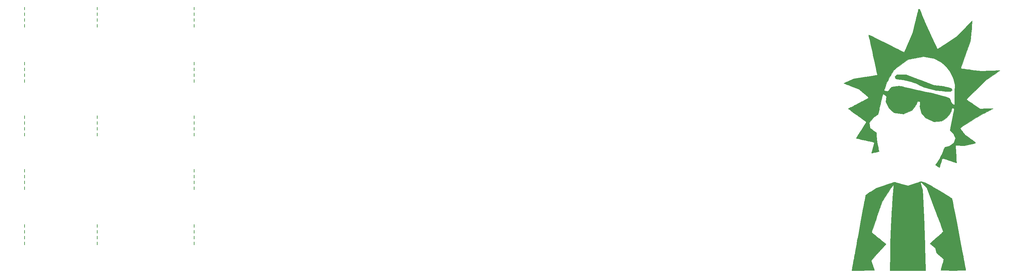
<source format=gbr>
G04 #@! TF.GenerationSoftware,KiCad,Pcbnew,(5.1.2-1)-1*
G04 #@! TF.CreationDate,2020-06-05T15:41:12-05:00*
G04 #@! TF.ProjectId,therick48.16SP_bottom_plate,74686572-6963-46b3-9438-2e313653505f,rev?*
G04 #@! TF.SameCoordinates,Original*
G04 #@! TF.FileFunction,Legend,Bot*
G04 #@! TF.FilePolarity,Positive*
%FSLAX46Y46*%
G04 Gerber Fmt 4.6, Leading zero omitted, Abs format (unit mm)*
G04 Created by KiCad (PCBNEW (5.1.2-1)-1) date 2020-06-05 15:41:12*
%MOMM*%
%LPD*%
G04 APERTURE LIST*
%ADD10C,0.150000*%
%ADD11C,0.010000*%
G04 APERTURE END LIST*
D10*
X101839732Y-109059725D02*
X101839732Y-109819725D01*
X101839732Y-104499725D02*
X101839732Y-105259725D01*
X101839732Y-106019725D02*
X101839732Y-106779725D01*
X101839732Y-107539725D02*
X101839732Y-108299725D01*
X101839732Y-94619763D02*
X101839732Y-95379763D01*
X101839732Y-90059763D02*
X101839732Y-90819763D01*
X101839732Y-91579763D02*
X101839732Y-92339763D01*
X101839732Y-93099763D02*
X101839732Y-93859763D01*
X101839732Y-80559800D02*
X101839732Y-81319800D01*
X101839732Y-75999800D02*
X101839732Y-76759800D01*
X101839732Y-77519800D02*
X101839732Y-78279800D01*
X101839732Y-79039800D02*
X101839732Y-79799800D01*
X101839732Y-66499837D02*
X101839732Y-67259837D01*
X101839732Y-61939837D02*
X101839732Y-62699837D01*
X101839732Y-63459837D02*
X101839732Y-64219837D01*
X101839732Y-64979837D02*
X101839732Y-65739837D01*
X101839732Y-52059875D02*
X101839732Y-52819875D01*
X101839732Y-47499875D02*
X101839732Y-48259875D01*
X101839732Y-49019875D02*
X101839732Y-49779875D01*
X101839732Y-50539875D02*
X101839732Y-51299875D01*
X120839682Y-52059875D02*
X120839682Y-52819875D01*
X120839682Y-47499875D02*
X120839682Y-48259875D01*
X120839682Y-49019875D02*
X120839682Y-49779875D01*
X120839682Y-50539875D02*
X120839682Y-51299875D01*
X120839682Y-80559800D02*
X120839682Y-81319800D01*
X120839682Y-75999800D02*
X120839682Y-76759800D01*
X120839682Y-77519800D02*
X120839682Y-78279800D01*
X120839682Y-79039800D02*
X120839682Y-79799800D01*
X146299615Y-66499837D02*
X146299615Y-67259837D01*
X146299615Y-61939837D02*
X146299615Y-62699837D01*
X146299615Y-63459837D02*
X146299615Y-64219837D01*
X146299615Y-64979837D02*
X146299615Y-65739837D01*
X120839682Y-109059725D02*
X120839682Y-109819725D01*
X120839682Y-104499725D02*
X120839682Y-105259725D01*
X120839682Y-106019725D02*
X120839682Y-106779725D01*
X120839682Y-107539725D02*
X120839682Y-108299725D01*
X146299996Y-109060000D02*
X146299996Y-109820000D01*
X146299996Y-107540000D02*
X146299996Y-108300000D01*
X146299996Y-106020000D02*
X146299996Y-106780000D01*
X146299996Y-104500000D02*
X146299996Y-105260000D01*
X146299996Y-94620000D02*
X146299996Y-95380000D01*
X146299996Y-93100000D02*
X146299996Y-93860000D01*
X146299996Y-91580000D02*
X146299996Y-92340000D01*
X146299996Y-90060000D02*
X146299996Y-90820000D01*
X146299996Y-80560000D02*
X146299996Y-81320000D01*
X146299996Y-79040000D02*
X146299996Y-79800000D01*
X146299996Y-77520000D02*
X146299996Y-78280000D01*
X146299996Y-76000000D02*
X146299996Y-76760000D01*
X146299996Y-52060000D02*
X146299996Y-52820000D01*
X146299996Y-50540000D02*
X146299996Y-51300000D01*
X146299996Y-49020000D02*
X146299996Y-49780000D01*
X146299996Y-47500000D02*
X146299996Y-48260000D01*
D11*
G36*
X330150902Y-65467999D02*
G01*
X329872778Y-65740957D01*
X329986787Y-66031200D01*
X330036739Y-66151213D01*
X330091360Y-66242017D01*
X330169011Y-66310158D01*
X330288048Y-66362180D01*
X330466831Y-66404631D01*
X330723717Y-66444054D01*
X331077065Y-66486997D01*
X331352899Y-66518289D01*
X332050353Y-66616504D01*
X332777939Y-66754476D01*
X333510465Y-66925133D01*
X334222737Y-67121404D01*
X334889562Y-67336217D01*
X335485749Y-67562500D01*
X335986104Y-67793183D01*
X336086750Y-67847097D01*
X336763908Y-68180250D01*
X337557630Y-68496028D01*
X338458275Y-68791225D01*
X339456198Y-69062636D01*
X340373000Y-69272088D01*
X340744550Y-69344150D01*
X341134258Y-69406525D01*
X341561074Y-69461192D01*
X342043949Y-69510131D01*
X342601831Y-69555320D01*
X343253671Y-69598737D01*
X343810141Y-69631026D01*
X344516782Y-69670076D01*
X344742799Y-69471631D01*
X344968816Y-69273185D01*
X344836501Y-69048929D01*
X344775096Y-68950169D01*
X344710937Y-68874301D01*
X344623436Y-68811828D01*
X344492008Y-68753252D01*
X344296064Y-68689077D01*
X344015018Y-68609806D01*
X343702357Y-68525738D01*
X343225137Y-68415588D01*
X342664647Y-68319264D01*
X342002624Y-68233800D01*
X341717155Y-68203198D01*
X341236792Y-68151503D01*
X340850924Y-68102362D01*
X340527331Y-68049852D01*
X340233790Y-67988052D01*
X339938080Y-67911042D01*
X339629588Y-67819566D01*
X339255451Y-67697460D01*
X338860895Y-67557269D01*
X338494610Y-67416900D01*
X338221933Y-67301856D01*
X338031147Y-67220412D01*
X337738186Y-67101950D01*
X337360149Y-66953082D01*
X336914131Y-66780421D01*
X336417230Y-66590579D01*
X335886543Y-66390167D01*
X335339166Y-66185797D01*
X335265058Y-66158315D01*
X332887616Y-65277382D01*
X331658321Y-65236212D01*
X330429025Y-65195042D01*
X330150902Y-65467999D01*
X330150902Y-65467999D01*
G37*
X330150902Y-65467999D02*
X329872778Y-65740957D01*
X329986787Y-66031200D01*
X330036739Y-66151213D01*
X330091360Y-66242017D01*
X330169011Y-66310158D01*
X330288048Y-66362180D01*
X330466831Y-66404631D01*
X330723717Y-66444054D01*
X331077065Y-66486997D01*
X331352899Y-66518289D01*
X332050353Y-66616504D01*
X332777939Y-66754476D01*
X333510465Y-66925133D01*
X334222737Y-67121404D01*
X334889562Y-67336217D01*
X335485749Y-67562500D01*
X335986104Y-67793183D01*
X336086750Y-67847097D01*
X336763908Y-68180250D01*
X337557630Y-68496028D01*
X338458275Y-68791225D01*
X339456198Y-69062636D01*
X340373000Y-69272088D01*
X340744550Y-69344150D01*
X341134258Y-69406525D01*
X341561074Y-69461192D01*
X342043949Y-69510131D01*
X342601831Y-69555320D01*
X343253671Y-69598737D01*
X343810141Y-69631026D01*
X344516782Y-69670076D01*
X344742799Y-69471631D01*
X344968816Y-69273185D01*
X344836501Y-69048929D01*
X344775096Y-68950169D01*
X344710937Y-68874301D01*
X344623436Y-68811828D01*
X344492008Y-68753252D01*
X344296064Y-68689077D01*
X344015018Y-68609806D01*
X343702357Y-68525738D01*
X343225137Y-68415588D01*
X342664647Y-68319264D01*
X342002624Y-68233800D01*
X341717155Y-68203198D01*
X341236792Y-68151503D01*
X340850924Y-68102362D01*
X340527331Y-68049852D01*
X340233790Y-67988052D01*
X339938080Y-67911042D01*
X339629588Y-67819566D01*
X339255451Y-67697460D01*
X338860895Y-67557269D01*
X338494610Y-67416900D01*
X338221933Y-67301856D01*
X338031147Y-67220412D01*
X337738186Y-67101950D01*
X337360149Y-66953082D01*
X336914131Y-66780421D01*
X336417230Y-66590579D01*
X335886543Y-66390167D01*
X335339166Y-66185797D01*
X335265058Y-66158315D01*
X332887616Y-65277382D01*
X331658321Y-65236212D01*
X330429025Y-65195042D01*
X330150902Y-65467999D01*
G36*
X336122403Y-48019071D02*
G01*
X336086750Y-48040967D01*
X336072217Y-48107509D01*
X336030495Y-48285700D01*
X335964407Y-48563784D01*
X335876774Y-48930008D01*
X335770416Y-49372617D01*
X335648154Y-49879855D01*
X335512809Y-50439967D01*
X335367202Y-51041200D01*
X335325897Y-51211522D01*
X334565043Y-54347983D01*
X333468522Y-56860383D01*
X333201668Y-57467344D01*
X332961580Y-58004449D01*
X332751888Y-58463983D01*
X332576221Y-58838228D01*
X332438209Y-59119468D01*
X332341483Y-59299989D01*
X332289672Y-59372074D01*
X332286415Y-59373078D01*
X332217708Y-59345112D01*
X332044361Y-59263967D01*
X331774997Y-59133921D01*
X331418237Y-58959248D01*
X330982704Y-58744224D01*
X330477020Y-58493124D01*
X329909806Y-58210223D01*
X329289685Y-57899796D01*
X328625279Y-57566119D01*
X327925210Y-57213468D01*
X327600563Y-57049582D01*
X326761346Y-56626002D01*
X326028426Y-56256936D01*
X325394994Y-55939139D01*
X324854240Y-55669369D01*
X324399355Y-55444381D01*
X324023529Y-55260930D01*
X323719954Y-55115774D01*
X323481820Y-55005667D01*
X323302318Y-54927367D01*
X323174639Y-54877628D01*
X323091973Y-54853207D01*
X323047510Y-54850860D01*
X323034443Y-54867343D01*
X323035439Y-54874707D01*
X323081777Y-55075365D01*
X323149659Y-55375388D01*
X323236674Y-55763775D01*
X323340412Y-56229523D01*
X323458461Y-56761630D01*
X323588410Y-57349094D01*
X323727847Y-57980913D01*
X323874361Y-58646085D01*
X324025541Y-59333607D01*
X324178975Y-60032478D01*
X324332253Y-60731696D01*
X324482964Y-61420258D01*
X324628695Y-62087163D01*
X324767035Y-62721408D01*
X324895575Y-63311991D01*
X325011901Y-63847910D01*
X325113603Y-64318163D01*
X325198270Y-64711748D01*
X325263490Y-65017662D01*
X325306852Y-65224904D01*
X325325945Y-65322472D01*
X325326574Y-65328717D01*
X325261916Y-65342416D01*
X325083876Y-65374248D01*
X324804468Y-65422206D01*
X324435703Y-65484283D01*
X323989593Y-65558473D01*
X323478150Y-65642770D01*
X322913387Y-65735166D01*
X322307315Y-65833655D01*
X322193569Y-65852069D01*
X319080220Y-66355764D01*
X317804485Y-66911343D01*
X317432830Y-67074645D01*
X317103826Y-67221975D01*
X316834173Y-67345626D01*
X316640568Y-67437892D01*
X316539712Y-67491064D01*
X316529017Y-67500024D01*
X316586225Y-67529599D01*
X316748505Y-67598359D01*
X317002041Y-67700831D01*
X317333014Y-67831541D01*
X317727607Y-67985018D01*
X318172003Y-68155789D01*
X318502093Y-68281467D01*
X320474902Y-69029810D01*
X321772076Y-70144389D01*
X322114858Y-70440467D01*
X322423662Y-70710164D01*
X322685995Y-70942328D01*
X322889364Y-71125807D01*
X323021274Y-71249448D01*
X323069233Y-71302100D01*
X323069250Y-71302338D01*
X323015161Y-71342126D01*
X322862211Y-71432770D01*
X322624377Y-71566849D01*
X322315636Y-71736939D01*
X321949966Y-71935616D01*
X321541343Y-72155458D01*
X321103743Y-72389040D01*
X320651145Y-72628941D01*
X320197525Y-72867735D01*
X319756861Y-73098001D01*
X319343128Y-73312315D01*
X318970304Y-73503253D01*
X318652367Y-73663392D01*
X318403292Y-73785309D01*
X318322625Y-73823309D01*
X318063497Y-73947193D01*
X317853308Y-74055217D01*
X317715226Y-74134962D01*
X317671750Y-74172149D01*
X317721836Y-74217613D01*
X317865276Y-74329059D01*
X318091844Y-74498982D01*
X318391316Y-74719879D01*
X318753465Y-74984243D01*
X319168067Y-75284572D01*
X319624896Y-75613360D01*
X320053000Y-75919765D01*
X320538686Y-76267950D01*
X320991074Y-76595064D01*
X321399927Y-76893502D01*
X321755008Y-77155659D01*
X322046081Y-77373933D01*
X322262910Y-77540719D01*
X322395256Y-77648414D01*
X322433710Y-77688196D01*
X322399786Y-77754786D01*
X322303294Y-77915404D01*
X322151783Y-78158191D01*
X321952802Y-78471284D01*
X321713902Y-78842825D01*
X321442630Y-79260951D01*
X321146538Y-79713803D01*
X321076541Y-79820375D01*
X320777012Y-80277338D01*
X320501403Y-80700337D01*
X320257102Y-81077844D01*
X320051494Y-81398329D01*
X319891967Y-81650265D01*
X319785907Y-81822123D01*
X319740700Y-81902376D01*
X319739741Y-81906743D01*
X319804030Y-81925206D01*
X319978691Y-81968074D01*
X320250121Y-82032195D01*
X320604717Y-82114419D01*
X321028876Y-82211595D01*
X321508996Y-82320573D01*
X322031474Y-82438202D01*
X322118928Y-82457802D01*
X322647090Y-82576537D01*
X323135197Y-82687113D01*
X323569628Y-82786379D01*
X323936762Y-82871188D01*
X324222977Y-82938387D01*
X324414652Y-82984828D01*
X324498165Y-83007361D01*
X324500584Y-83008541D01*
X324491237Y-83073523D01*
X324452802Y-83243454D01*
X324389646Y-83500770D01*
X324306134Y-83827905D01*
X324206631Y-84207294D01*
X324148750Y-84424125D01*
X324042170Y-84823490D01*
X323948494Y-85179219D01*
X323872205Y-85473902D01*
X323817783Y-85690131D01*
X323789708Y-85810496D01*
X323787059Y-85829487D01*
X323850135Y-85820685D01*
X324010742Y-85787192D01*
X324243207Y-85735123D01*
X324521853Y-85670596D01*
X324821006Y-85599728D01*
X325114992Y-85528636D01*
X325378135Y-85463437D01*
X325584761Y-85410248D01*
X325709196Y-85375186D01*
X325733382Y-85365773D01*
X325732589Y-85295674D01*
X325692646Y-85157910D01*
X325684545Y-85136076D01*
X325652192Y-85016731D01*
X325603533Y-84792388D01*
X325542512Y-84483423D01*
X325473074Y-84110214D01*
X325399163Y-83693136D01*
X325354038Y-83428691D01*
X325259126Y-82843683D01*
X325189002Y-82360271D01*
X325141097Y-81956032D01*
X325112844Y-81608543D01*
X325101675Y-81295381D01*
X325101250Y-81221248D01*
X325101250Y-80517237D01*
X324244000Y-79881571D01*
X323960844Y-79670521D01*
X323717127Y-79486801D01*
X323529569Y-79343180D01*
X323414886Y-79252430D01*
X323386750Y-79226693D01*
X323378473Y-79159923D01*
X323356059Y-78993971D01*
X323323135Y-78755405D01*
X323291288Y-78527425D01*
X323195825Y-77847369D01*
X323772800Y-77118668D01*
X324017579Y-76815078D01*
X324213769Y-76589469D01*
X324387480Y-76417114D01*
X324564823Y-76273285D01*
X324771908Y-76133254D01*
X324892350Y-76058409D01*
X325129486Y-75904381D01*
X325326170Y-75759661D01*
X325455590Y-75644877D01*
X325489894Y-75598738D01*
X325519669Y-75501366D01*
X325572547Y-75299769D01*
X325643682Y-75013611D01*
X325728228Y-74662552D01*
X325821337Y-74266255D01*
X325865836Y-74073625D01*
X326008539Y-73457506D01*
X326148907Y-72860827D01*
X326283799Y-72296235D01*
X326410075Y-71776379D01*
X326524594Y-71313908D01*
X326624216Y-70921471D01*
X326705800Y-70611715D01*
X326766204Y-70397289D01*
X326802289Y-70290842D01*
X326807178Y-70282545D01*
X326869092Y-70301667D01*
X326999679Y-70390899D01*
X327175194Y-70533244D01*
X327253726Y-70602202D01*
X327659693Y-70966438D01*
X327601658Y-71649528D01*
X327543624Y-72332619D01*
X327920845Y-73156942D01*
X328298066Y-73981266D01*
X329641500Y-75228776D01*
X330930744Y-75384425D01*
X332219987Y-75540074D01*
X333294687Y-75092599D01*
X334369386Y-74645125D01*
X334904229Y-73949833D01*
X335235988Y-73492010D01*
X335482025Y-73089474D01*
X335646837Y-72743333D01*
X335742105Y-72510999D01*
X335818653Y-72328193D01*
X335864533Y-72223285D01*
X335871673Y-72209419D01*
X335937122Y-72211096D01*
X336087055Y-72239692D01*
X336215880Y-72270557D01*
X336543016Y-72354399D01*
X336495232Y-72991762D01*
X336473221Y-73281561D01*
X336460385Y-73496309D01*
X336460524Y-73667649D01*
X336477443Y-73827225D01*
X336514942Y-74006680D01*
X336576824Y-74237656D01*
X336666891Y-74551797D01*
X336694034Y-74646259D01*
X336930431Y-75470625D01*
X337426359Y-76013248D01*
X337922286Y-76555871D01*
X339052393Y-77066307D01*
X340182500Y-77576744D01*
X341198500Y-77505023D01*
X342214500Y-77433303D01*
X342881250Y-76974340D01*
X343188882Y-76756049D01*
X343423988Y-76568055D01*
X343622929Y-76375473D01*
X343822068Y-76143423D01*
X344034568Y-75867938D01*
X344266893Y-75548021D01*
X344436852Y-75282419D01*
X344566751Y-75030788D01*
X344678896Y-74752788D01*
X344727139Y-74615312D01*
X344815426Y-74358797D01*
X344888645Y-74151379D01*
X344937265Y-74019761D01*
X344951323Y-73987289D01*
X345014042Y-73997497D01*
X345151206Y-74049826D01*
X345224722Y-74082539D01*
X345398251Y-74186459D01*
X345457054Y-74281672D01*
X345455101Y-74295875D01*
X345420245Y-74445135D01*
X345365841Y-74697227D01*
X345296295Y-75030260D01*
X345216011Y-75422345D01*
X345129396Y-75851592D01*
X345040854Y-76296111D01*
X344954792Y-76734014D01*
X344875615Y-77143410D01*
X344807728Y-77502410D01*
X344785241Y-77624161D01*
X344708932Y-78035894D01*
X344629070Y-78458197D01*
X344553078Y-78852371D01*
X344488379Y-79179715D01*
X344462444Y-79306911D01*
X344336298Y-79915625D01*
X344871012Y-80423625D01*
X345116517Y-80663166D01*
X345289689Y-80853229D01*
X345414772Y-81026808D01*
X345516013Y-81216893D01*
X345602750Y-81419350D01*
X345799773Y-81907075D01*
X345587314Y-82498850D01*
X345374854Y-83090625D01*
X344707202Y-83578306D01*
X344428844Y-83779448D01*
X344222605Y-83918570D01*
X344058951Y-84009786D01*
X343908349Y-84067207D01*
X343741264Y-84104945D01*
X343541641Y-84135241D01*
X343302516Y-84173340D01*
X343115028Y-84212252D01*
X343012468Y-84244818D01*
X343004261Y-84250809D01*
X342967724Y-84326088D01*
X342898886Y-84494723D01*
X342808150Y-84730463D01*
X342721625Y-84963875D01*
X342507555Y-85504560D01*
X342249657Y-86081210D01*
X341963229Y-86664406D01*
X341663571Y-87224728D01*
X341365981Y-87732759D01*
X341085761Y-88159079D01*
X340996487Y-88281078D01*
X340817163Y-88521179D01*
X340672259Y-88721556D01*
X340575661Y-88862530D01*
X340541257Y-88924423D01*
X340541744Y-88925486D01*
X340601472Y-88963559D01*
X340744441Y-89053605D01*
X340946219Y-89180255D01*
X341086206Y-89267957D01*
X341608911Y-89595220D01*
X341714533Y-89232172D01*
X341773061Y-89029679D01*
X341855596Y-88742393D01*
X341951422Y-88407684D01*
X342049825Y-88062920D01*
X342055323Y-88043625D01*
X342167835Y-87671448D01*
X342263589Y-87401735D01*
X342339496Y-87242456D01*
X342382000Y-87200168D01*
X342463438Y-87215318D01*
X342649129Y-87266911D01*
X342923259Y-87350007D01*
X343270012Y-87459670D01*
X343673573Y-87590961D01*
X344118126Y-87738943D01*
X344248367Y-87782890D01*
X344697430Y-87934055D01*
X345105982Y-88070019D01*
X345459010Y-88185911D01*
X345741503Y-88276860D01*
X345938449Y-88337996D01*
X346034835Y-88364446D01*
X346041936Y-88364856D01*
X346043199Y-88299617D01*
X346037964Y-88125436D01*
X346027160Y-87860153D01*
X346011713Y-87521608D01*
X345992552Y-87127642D01*
X345970603Y-86696095D01*
X345946795Y-86244807D01*
X345922056Y-85791620D01*
X345897312Y-85354372D01*
X345873491Y-84950905D01*
X345851522Y-84599059D01*
X345832331Y-84316674D01*
X345829316Y-84275573D01*
X345789904Y-83746021D01*
X348183500Y-83833707D01*
X349612250Y-83501949D01*
X350021745Y-83405404D01*
X350389907Y-83315822D01*
X350698634Y-83237837D01*
X350929821Y-83176079D01*
X351065363Y-83135183D01*
X351092716Y-83123142D01*
X351059627Y-83073576D01*
X350937354Y-82962454D01*
X350740410Y-82801543D01*
X350483306Y-82602612D01*
X350180553Y-82377429D01*
X350108466Y-82324957D01*
X349609457Y-81962905D01*
X349200675Y-81664505D01*
X348869606Y-81418752D01*
X348603739Y-81214642D01*
X348390560Y-81041171D01*
X348217556Y-80887334D01*
X348072214Y-80742126D01*
X347942021Y-80594544D01*
X347814465Y-80433583D01*
X347677032Y-80248238D01*
X347554156Y-80078595D01*
X347361030Y-79805819D01*
X347199954Y-79567548D01*
X347083491Y-79383235D01*
X347024205Y-79272331D01*
X347019669Y-79251087D01*
X347075891Y-79205879D01*
X347228717Y-79099731D01*
X347467456Y-78939654D01*
X347781418Y-78732660D01*
X348159914Y-78485760D01*
X348592254Y-78205965D01*
X349067749Y-77900286D01*
X349517000Y-77613145D01*
X350177925Y-77193567D01*
X350752756Y-76833040D01*
X351261059Y-76520148D01*
X351722397Y-76243477D01*
X352156337Y-75991610D01*
X352582442Y-75753133D01*
X353020276Y-75516631D01*
X353489405Y-75270687D01*
X353846683Y-75086902D01*
X354290755Y-74858902D01*
X354695386Y-74649351D01*
X355047524Y-74465150D01*
X355334118Y-74313200D01*
X355542117Y-74200401D01*
X355658471Y-74133654D01*
X355678747Y-74118204D01*
X355612300Y-74115090D01*
X355435557Y-74116984D01*
X355165101Y-74123426D01*
X354817518Y-74133959D01*
X354409393Y-74148126D01*
X353957311Y-74165470D01*
X353938600Y-74166221D01*
X352219572Y-74235357D01*
X350439661Y-73015920D01*
X350019200Y-72726705D01*
X349634150Y-72459632D01*
X349296587Y-72223246D01*
X349018584Y-72026098D01*
X348812216Y-71876733D01*
X348689558Y-71783701D01*
X348659750Y-71755883D01*
X348703571Y-71704928D01*
X348829675Y-71572791D01*
X349030026Y-71367574D01*
X349296587Y-71097375D01*
X349621322Y-70770295D01*
X349996193Y-70394435D01*
X350413165Y-69977895D01*
X350864200Y-69528775D01*
X351215686Y-69179703D01*
X352555434Y-67850625D01*
X345628722Y-67850625D01*
X345575422Y-69882625D01*
X345562269Y-70414821D01*
X345550819Y-70938271D01*
X345541449Y-71430824D01*
X345534532Y-71870325D01*
X345530444Y-72234624D01*
X345529558Y-72501567D01*
X345530045Y-72565500D01*
X345531030Y-72835640D01*
X345527434Y-73051019D01*
X345519967Y-73185091D01*
X345512592Y-73216375D01*
X345450112Y-73184848D01*
X345312488Y-73102681D01*
X345151586Y-73001674D01*
X345004298Y-72902099D01*
X344892768Y-72805024D01*
X344798256Y-72683970D01*
X344702021Y-72512460D01*
X344585326Y-72264014D01*
X344510308Y-72095560D01*
X344204661Y-71404147D01*
X343336581Y-71106195D01*
X342734167Y-70912597D01*
X342014074Y-70704431D01*
X341184529Y-70483745D01*
X340253760Y-70252587D01*
X339229997Y-70013006D01*
X338121466Y-69767051D01*
X337033523Y-69536841D01*
X336401191Y-69404086D01*
X335727807Y-69259448D01*
X335042502Y-69109404D01*
X334374407Y-68960431D01*
X333752654Y-68819005D01*
X333206374Y-68691603D01*
X332891208Y-68615877D01*
X332432689Y-68506097D01*
X332003650Y-68407533D01*
X331622757Y-68324146D01*
X331308675Y-68259900D01*
X331080068Y-68218757D01*
X330955602Y-68204680D01*
X330954458Y-68204699D01*
X330803657Y-68216839D01*
X330560003Y-68246519D01*
X330255746Y-68289430D01*
X329923141Y-68341266D01*
X329884720Y-68347574D01*
X329048440Y-68485625D01*
X328559217Y-69041250D01*
X328358299Y-69260543D01*
X328179866Y-69439022D01*
X328044164Y-69557461D01*
X327974069Y-69596875D01*
X327839021Y-69585135D01*
X327648043Y-69555080D01*
X327438441Y-69514455D01*
X327247518Y-69471006D01*
X327112579Y-69432478D01*
X327069750Y-69409110D01*
X327088957Y-69338955D01*
X327142167Y-69168980D01*
X327222766Y-68919693D01*
X327324140Y-68611605D01*
X327412933Y-68345003D01*
X327523912Y-68020497D01*
X327627768Y-67737520D01*
X327735008Y-67473875D01*
X327856140Y-67207365D01*
X328001673Y-66915794D01*
X328182115Y-66576965D01*
X328407973Y-66168680D01*
X328629389Y-65775417D01*
X328862732Y-65364136D01*
X329081129Y-64981764D01*
X329275236Y-64644461D01*
X329435710Y-64368385D01*
X329553207Y-64169694D01*
X329618382Y-64064547D01*
X329620483Y-64061482D01*
X329698559Y-63985191D01*
X329867279Y-63844931D01*
X330113899Y-63650483D01*
X330425674Y-63411634D01*
X330789860Y-63138167D01*
X331193712Y-62839866D01*
X331545457Y-62583644D01*
X333352611Y-61275450D01*
X337417707Y-60512624D01*
X338831854Y-60763985D01*
X340246000Y-61015345D01*
X341140454Y-61480235D01*
X341678897Y-61781270D01*
X342160616Y-62100491D01*
X342611937Y-62459546D01*
X343059185Y-62880079D01*
X343528688Y-63383737D01*
X343713859Y-63596125D01*
X344226610Y-64257436D01*
X344649834Y-64950467D01*
X344996826Y-65701328D01*
X345280881Y-66536126D01*
X345363113Y-66834625D01*
X345628722Y-67850625D01*
X352555434Y-67850625D01*
X353771621Y-66644125D01*
X355597985Y-65411966D01*
X356023788Y-65123547D01*
X356412992Y-64857698D01*
X356753808Y-64622646D01*
X357034444Y-64426617D01*
X357243110Y-64277837D01*
X357368017Y-64184532D01*
X357399549Y-64155006D01*
X357332733Y-64151965D01*
X357152925Y-64153942D01*
X356874017Y-64160522D01*
X356509902Y-64171286D01*
X356074470Y-64185820D01*
X355581614Y-64203705D01*
X355045226Y-64224526D01*
X354938124Y-64228836D01*
X352501500Y-64327468D01*
X350056750Y-64010394D01*
X349382974Y-63923002D01*
X348824347Y-63850281D01*
X348370086Y-63790458D01*
X348009411Y-63741761D01*
X347731539Y-63702414D01*
X347525688Y-63670647D01*
X347381077Y-63644684D01*
X347286924Y-63622753D01*
X347232446Y-63603080D01*
X347206863Y-63583893D01*
X347199391Y-63563417D01*
X347199250Y-63540419D01*
X347220218Y-63467370D01*
X347280610Y-63285605D01*
X347376658Y-63005841D01*
X347504594Y-62638791D01*
X347660649Y-62195170D01*
X347841057Y-61685693D01*
X348042049Y-61121075D01*
X348259856Y-60512031D01*
X348470805Y-59924593D01*
X349742359Y-56390468D01*
X349964823Y-53745606D01*
X350011931Y-53180443D01*
X350054811Y-52656086D01*
X350092447Y-52185704D01*
X350123823Y-51782470D01*
X350147924Y-51459554D01*
X350163733Y-51230128D01*
X350170235Y-51107364D01*
X350169643Y-51090069D01*
X350123232Y-51131919D01*
X349997503Y-51255941D01*
X349801429Y-51453019D01*
X349543982Y-51714037D01*
X349234135Y-52029875D01*
X348880861Y-52391419D01*
X348493132Y-52789549D01*
X348190261Y-53101375D01*
X346228522Y-55123355D01*
X343715643Y-56813404D01*
X343208630Y-57153547D01*
X342731808Y-57471797D01*
X342295899Y-57761115D01*
X341911624Y-58014461D01*
X341589705Y-58224794D01*
X341340864Y-58385074D01*
X341175824Y-58488263D01*
X341105383Y-58527300D01*
X341071053Y-58503800D01*
X341011628Y-58418004D01*
X340924086Y-58263715D01*
X340805404Y-58034731D01*
X340652561Y-57724853D01*
X340462536Y-57327882D01*
X340232306Y-56837618D01*
X339958851Y-56247862D01*
X339639148Y-55552413D01*
X339390784Y-55009386D01*
X339035002Y-54230106D01*
X338726965Y-53554846D01*
X338461651Y-52972109D01*
X338234039Y-52470396D01*
X338039106Y-52038209D01*
X337871832Y-51664049D01*
X337727193Y-51336419D01*
X337600168Y-51043819D01*
X337485735Y-50774753D01*
X337378873Y-50517720D01*
X337274559Y-50261224D01*
X337167772Y-49993765D01*
X337053490Y-49703846D01*
X336926691Y-49379968D01*
X336880198Y-49260999D01*
X336715780Y-48842955D01*
X336588725Y-48529030D01*
X336491517Y-48304541D01*
X336416641Y-48154800D01*
X336356583Y-48065122D01*
X336303828Y-48020820D01*
X336250860Y-48007209D01*
X336238453Y-48006875D01*
X336122403Y-48019071D01*
X336122403Y-48019071D01*
G37*
X336122403Y-48019071D02*
X336086750Y-48040967D01*
X336072217Y-48107509D01*
X336030495Y-48285700D01*
X335964407Y-48563784D01*
X335876774Y-48930008D01*
X335770416Y-49372617D01*
X335648154Y-49879855D01*
X335512809Y-50439967D01*
X335367202Y-51041200D01*
X335325897Y-51211522D01*
X334565043Y-54347983D01*
X333468522Y-56860383D01*
X333201668Y-57467344D01*
X332961580Y-58004449D01*
X332751888Y-58463983D01*
X332576221Y-58838228D01*
X332438209Y-59119468D01*
X332341483Y-59299989D01*
X332289672Y-59372074D01*
X332286415Y-59373078D01*
X332217708Y-59345112D01*
X332044361Y-59263967D01*
X331774997Y-59133921D01*
X331418237Y-58959248D01*
X330982704Y-58744224D01*
X330477020Y-58493124D01*
X329909806Y-58210223D01*
X329289685Y-57899796D01*
X328625279Y-57566119D01*
X327925210Y-57213468D01*
X327600563Y-57049582D01*
X326761346Y-56626002D01*
X326028426Y-56256936D01*
X325394994Y-55939139D01*
X324854240Y-55669369D01*
X324399355Y-55444381D01*
X324023529Y-55260930D01*
X323719954Y-55115774D01*
X323481820Y-55005667D01*
X323302318Y-54927367D01*
X323174639Y-54877628D01*
X323091973Y-54853207D01*
X323047510Y-54850860D01*
X323034443Y-54867343D01*
X323035439Y-54874707D01*
X323081777Y-55075365D01*
X323149659Y-55375388D01*
X323236674Y-55763775D01*
X323340412Y-56229523D01*
X323458461Y-56761630D01*
X323588410Y-57349094D01*
X323727847Y-57980913D01*
X323874361Y-58646085D01*
X324025541Y-59333607D01*
X324178975Y-60032478D01*
X324332253Y-60731696D01*
X324482964Y-61420258D01*
X324628695Y-62087163D01*
X324767035Y-62721408D01*
X324895575Y-63311991D01*
X325011901Y-63847910D01*
X325113603Y-64318163D01*
X325198270Y-64711748D01*
X325263490Y-65017662D01*
X325306852Y-65224904D01*
X325325945Y-65322472D01*
X325326574Y-65328717D01*
X325261916Y-65342416D01*
X325083876Y-65374248D01*
X324804468Y-65422206D01*
X324435703Y-65484283D01*
X323989593Y-65558473D01*
X323478150Y-65642770D01*
X322913387Y-65735166D01*
X322307315Y-65833655D01*
X322193569Y-65852069D01*
X319080220Y-66355764D01*
X317804485Y-66911343D01*
X317432830Y-67074645D01*
X317103826Y-67221975D01*
X316834173Y-67345626D01*
X316640568Y-67437892D01*
X316539712Y-67491064D01*
X316529017Y-67500024D01*
X316586225Y-67529599D01*
X316748505Y-67598359D01*
X317002041Y-67700831D01*
X317333014Y-67831541D01*
X317727607Y-67985018D01*
X318172003Y-68155789D01*
X318502093Y-68281467D01*
X320474902Y-69029810D01*
X321772076Y-70144389D01*
X322114858Y-70440467D01*
X322423662Y-70710164D01*
X322685995Y-70942328D01*
X322889364Y-71125807D01*
X323021274Y-71249448D01*
X323069233Y-71302100D01*
X323069250Y-71302338D01*
X323015161Y-71342126D01*
X322862211Y-71432770D01*
X322624377Y-71566849D01*
X322315636Y-71736939D01*
X321949966Y-71935616D01*
X321541343Y-72155458D01*
X321103743Y-72389040D01*
X320651145Y-72628941D01*
X320197525Y-72867735D01*
X319756861Y-73098001D01*
X319343128Y-73312315D01*
X318970304Y-73503253D01*
X318652367Y-73663392D01*
X318403292Y-73785309D01*
X318322625Y-73823309D01*
X318063497Y-73947193D01*
X317853308Y-74055217D01*
X317715226Y-74134962D01*
X317671750Y-74172149D01*
X317721836Y-74217613D01*
X317865276Y-74329059D01*
X318091844Y-74498982D01*
X318391316Y-74719879D01*
X318753465Y-74984243D01*
X319168067Y-75284572D01*
X319624896Y-75613360D01*
X320053000Y-75919765D01*
X320538686Y-76267950D01*
X320991074Y-76595064D01*
X321399927Y-76893502D01*
X321755008Y-77155659D01*
X322046081Y-77373933D01*
X322262910Y-77540719D01*
X322395256Y-77648414D01*
X322433710Y-77688196D01*
X322399786Y-77754786D01*
X322303294Y-77915404D01*
X322151783Y-78158191D01*
X321952802Y-78471284D01*
X321713902Y-78842825D01*
X321442630Y-79260951D01*
X321146538Y-79713803D01*
X321076541Y-79820375D01*
X320777012Y-80277338D01*
X320501403Y-80700337D01*
X320257102Y-81077844D01*
X320051494Y-81398329D01*
X319891967Y-81650265D01*
X319785907Y-81822123D01*
X319740700Y-81902376D01*
X319739741Y-81906743D01*
X319804030Y-81925206D01*
X319978691Y-81968074D01*
X320250121Y-82032195D01*
X320604717Y-82114419D01*
X321028876Y-82211595D01*
X321508996Y-82320573D01*
X322031474Y-82438202D01*
X322118928Y-82457802D01*
X322647090Y-82576537D01*
X323135197Y-82687113D01*
X323569628Y-82786379D01*
X323936762Y-82871188D01*
X324222977Y-82938387D01*
X324414652Y-82984828D01*
X324498165Y-83007361D01*
X324500584Y-83008541D01*
X324491237Y-83073523D01*
X324452802Y-83243454D01*
X324389646Y-83500770D01*
X324306134Y-83827905D01*
X324206631Y-84207294D01*
X324148750Y-84424125D01*
X324042170Y-84823490D01*
X323948494Y-85179219D01*
X323872205Y-85473902D01*
X323817783Y-85690131D01*
X323789708Y-85810496D01*
X323787059Y-85829487D01*
X323850135Y-85820685D01*
X324010742Y-85787192D01*
X324243207Y-85735123D01*
X324521853Y-85670596D01*
X324821006Y-85599728D01*
X325114992Y-85528636D01*
X325378135Y-85463437D01*
X325584761Y-85410248D01*
X325709196Y-85375186D01*
X325733382Y-85365773D01*
X325732589Y-85295674D01*
X325692646Y-85157910D01*
X325684545Y-85136076D01*
X325652192Y-85016731D01*
X325603533Y-84792388D01*
X325542512Y-84483423D01*
X325473074Y-84110214D01*
X325399163Y-83693136D01*
X325354038Y-83428691D01*
X325259126Y-82843683D01*
X325189002Y-82360271D01*
X325141097Y-81956032D01*
X325112844Y-81608543D01*
X325101675Y-81295381D01*
X325101250Y-81221248D01*
X325101250Y-80517237D01*
X324244000Y-79881571D01*
X323960844Y-79670521D01*
X323717127Y-79486801D01*
X323529569Y-79343180D01*
X323414886Y-79252430D01*
X323386750Y-79226693D01*
X323378473Y-79159923D01*
X323356059Y-78993971D01*
X323323135Y-78755405D01*
X323291288Y-78527425D01*
X323195825Y-77847369D01*
X323772800Y-77118668D01*
X324017579Y-76815078D01*
X324213769Y-76589469D01*
X324387480Y-76417114D01*
X324564823Y-76273285D01*
X324771908Y-76133254D01*
X324892350Y-76058409D01*
X325129486Y-75904381D01*
X325326170Y-75759661D01*
X325455590Y-75644877D01*
X325489894Y-75598738D01*
X325519669Y-75501366D01*
X325572547Y-75299769D01*
X325643682Y-75013611D01*
X325728228Y-74662552D01*
X325821337Y-74266255D01*
X325865836Y-74073625D01*
X326008539Y-73457506D01*
X326148907Y-72860827D01*
X326283799Y-72296235D01*
X326410075Y-71776379D01*
X326524594Y-71313908D01*
X326624216Y-70921471D01*
X326705800Y-70611715D01*
X326766204Y-70397289D01*
X326802289Y-70290842D01*
X326807178Y-70282545D01*
X326869092Y-70301667D01*
X326999679Y-70390899D01*
X327175194Y-70533244D01*
X327253726Y-70602202D01*
X327659693Y-70966438D01*
X327601658Y-71649528D01*
X327543624Y-72332619D01*
X327920845Y-73156942D01*
X328298066Y-73981266D01*
X329641500Y-75228776D01*
X330930744Y-75384425D01*
X332219987Y-75540074D01*
X333294687Y-75092599D01*
X334369386Y-74645125D01*
X334904229Y-73949833D01*
X335235988Y-73492010D01*
X335482025Y-73089474D01*
X335646837Y-72743333D01*
X335742105Y-72510999D01*
X335818653Y-72328193D01*
X335864533Y-72223285D01*
X335871673Y-72209419D01*
X335937122Y-72211096D01*
X336087055Y-72239692D01*
X336215880Y-72270557D01*
X336543016Y-72354399D01*
X336495232Y-72991762D01*
X336473221Y-73281561D01*
X336460385Y-73496309D01*
X336460524Y-73667649D01*
X336477443Y-73827225D01*
X336514942Y-74006680D01*
X336576824Y-74237656D01*
X336666891Y-74551797D01*
X336694034Y-74646259D01*
X336930431Y-75470625D01*
X337426359Y-76013248D01*
X337922286Y-76555871D01*
X339052393Y-77066307D01*
X340182500Y-77576744D01*
X341198500Y-77505023D01*
X342214500Y-77433303D01*
X342881250Y-76974340D01*
X343188882Y-76756049D01*
X343423988Y-76568055D01*
X343622929Y-76375473D01*
X343822068Y-76143423D01*
X344034568Y-75867938D01*
X344266893Y-75548021D01*
X344436852Y-75282419D01*
X344566751Y-75030788D01*
X344678896Y-74752788D01*
X344727139Y-74615312D01*
X344815426Y-74358797D01*
X344888645Y-74151379D01*
X344937265Y-74019761D01*
X344951323Y-73987289D01*
X345014042Y-73997497D01*
X345151206Y-74049826D01*
X345224722Y-74082539D01*
X345398251Y-74186459D01*
X345457054Y-74281672D01*
X345455101Y-74295875D01*
X345420245Y-74445135D01*
X345365841Y-74697227D01*
X345296295Y-75030260D01*
X345216011Y-75422345D01*
X345129396Y-75851592D01*
X345040854Y-76296111D01*
X344954792Y-76734014D01*
X344875615Y-77143410D01*
X344807728Y-77502410D01*
X344785241Y-77624161D01*
X344708932Y-78035894D01*
X344629070Y-78458197D01*
X344553078Y-78852371D01*
X344488379Y-79179715D01*
X344462444Y-79306911D01*
X344336298Y-79915625D01*
X344871012Y-80423625D01*
X345116517Y-80663166D01*
X345289689Y-80853229D01*
X345414772Y-81026808D01*
X345516013Y-81216893D01*
X345602750Y-81419350D01*
X345799773Y-81907075D01*
X345587314Y-82498850D01*
X345374854Y-83090625D01*
X344707202Y-83578306D01*
X344428844Y-83779448D01*
X344222605Y-83918570D01*
X344058951Y-84009786D01*
X343908349Y-84067207D01*
X343741264Y-84104945D01*
X343541641Y-84135241D01*
X343302516Y-84173340D01*
X343115028Y-84212252D01*
X343012468Y-84244818D01*
X343004261Y-84250809D01*
X342967724Y-84326088D01*
X342898886Y-84494723D01*
X342808150Y-84730463D01*
X342721625Y-84963875D01*
X342507555Y-85504560D01*
X342249657Y-86081210D01*
X341963229Y-86664406D01*
X341663571Y-87224728D01*
X341365981Y-87732759D01*
X341085761Y-88159079D01*
X340996487Y-88281078D01*
X340817163Y-88521179D01*
X340672259Y-88721556D01*
X340575661Y-88862530D01*
X340541257Y-88924423D01*
X340541744Y-88925486D01*
X340601472Y-88963559D01*
X340744441Y-89053605D01*
X340946219Y-89180255D01*
X341086206Y-89267957D01*
X341608911Y-89595220D01*
X341714533Y-89232172D01*
X341773061Y-89029679D01*
X341855596Y-88742393D01*
X341951422Y-88407684D01*
X342049825Y-88062920D01*
X342055323Y-88043625D01*
X342167835Y-87671448D01*
X342263589Y-87401735D01*
X342339496Y-87242456D01*
X342382000Y-87200168D01*
X342463438Y-87215318D01*
X342649129Y-87266911D01*
X342923259Y-87350007D01*
X343270012Y-87459670D01*
X343673573Y-87590961D01*
X344118126Y-87738943D01*
X344248367Y-87782890D01*
X344697430Y-87934055D01*
X345105982Y-88070019D01*
X345459010Y-88185911D01*
X345741503Y-88276860D01*
X345938449Y-88337996D01*
X346034835Y-88364446D01*
X346041936Y-88364856D01*
X346043199Y-88299617D01*
X346037964Y-88125436D01*
X346027160Y-87860153D01*
X346011713Y-87521608D01*
X345992552Y-87127642D01*
X345970603Y-86696095D01*
X345946795Y-86244807D01*
X345922056Y-85791620D01*
X345897312Y-85354372D01*
X345873491Y-84950905D01*
X345851522Y-84599059D01*
X345832331Y-84316674D01*
X345829316Y-84275573D01*
X345789904Y-83746021D01*
X348183500Y-83833707D01*
X349612250Y-83501949D01*
X350021745Y-83405404D01*
X350389907Y-83315822D01*
X350698634Y-83237837D01*
X350929821Y-83176079D01*
X351065363Y-83135183D01*
X351092716Y-83123142D01*
X351059627Y-83073576D01*
X350937354Y-82962454D01*
X350740410Y-82801543D01*
X350483306Y-82602612D01*
X350180553Y-82377429D01*
X350108466Y-82324957D01*
X349609457Y-81962905D01*
X349200675Y-81664505D01*
X348869606Y-81418752D01*
X348603739Y-81214642D01*
X348390560Y-81041171D01*
X348217556Y-80887334D01*
X348072214Y-80742126D01*
X347942021Y-80594544D01*
X347814465Y-80433583D01*
X347677032Y-80248238D01*
X347554156Y-80078595D01*
X347361030Y-79805819D01*
X347199954Y-79567548D01*
X347083491Y-79383235D01*
X347024205Y-79272331D01*
X347019669Y-79251087D01*
X347075891Y-79205879D01*
X347228717Y-79099731D01*
X347467456Y-78939654D01*
X347781418Y-78732660D01*
X348159914Y-78485760D01*
X348592254Y-78205965D01*
X349067749Y-77900286D01*
X349517000Y-77613145D01*
X350177925Y-77193567D01*
X350752756Y-76833040D01*
X351261059Y-76520148D01*
X351722397Y-76243477D01*
X352156337Y-75991610D01*
X352582442Y-75753133D01*
X353020276Y-75516631D01*
X353489405Y-75270687D01*
X353846683Y-75086902D01*
X354290755Y-74858902D01*
X354695386Y-74649351D01*
X355047524Y-74465150D01*
X355334118Y-74313200D01*
X355542117Y-74200401D01*
X355658471Y-74133654D01*
X355678747Y-74118204D01*
X355612300Y-74115090D01*
X355435557Y-74116984D01*
X355165101Y-74123426D01*
X354817518Y-74133959D01*
X354409393Y-74148126D01*
X353957311Y-74165470D01*
X353938600Y-74166221D01*
X352219572Y-74235357D01*
X350439661Y-73015920D01*
X350019200Y-72726705D01*
X349634150Y-72459632D01*
X349296587Y-72223246D01*
X349018584Y-72026098D01*
X348812216Y-71876733D01*
X348689558Y-71783701D01*
X348659750Y-71755883D01*
X348703571Y-71704928D01*
X348829675Y-71572791D01*
X349030026Y-71367574D01*
X349296587Y-71097375D01*
X349621322Y-70770295D01*
X349996193Y-70394435D01*
X350413165Y-69977895D01*
X350864200Y-69528775D01*
X351215686Y-69179703D01*
X352555434Y-67850625D01*
X345628722Y-67850625D01*
X345575422Y-69882625D01*
X345562269Y-70414821D01*
X345550819Y-70938271D01*
X345541449Y-71430824D01*
X345534532Y-71870325D01*
X345530444Y-72234624D01*
X345529558Y-72501567D01*
X345530045Y-72565500D01*
X345531030Y-72835640D01*
X345527434Y-73051019D01*
X345519967Y-73185091D01*
X345512592Y-73216375D01*
X345450112Y-73184848D01*
X345312488Y-73102681D01*
X345151586Y-73001674D01*
X345004298Y-72902099D01*
X344892768Y-72805024D01*
X344798256Y-72683970D01*
X344702021Y-72512460D01*
X344585326Y-72264014D01*
X344510308Y-72095560D01*
X344204661Y-71404147D01*
X343336581Y-71106195D01*
X342734167Y-70912597D01*
X342014074Y-70704431D01*
X341184529Y-70483745D01*
X340253760Y-70252587D01*
X339229997Y-70013006D01*
X338121466Y-69767051D01*
X337033523Y-69536841D01*
X336401191Y-69404086D01*
X335727807Y-69259448D01*
X335042502Y-69109404D01*
X334374407Y-68960431D01*
X333752654Y-68819005D01*
X333206374Y-68691603D01*
X332891208Y-68615877D01*
X332432689Y-68506097D01*
X332003650Y-68407533D01*
X331622757Y-68324146D01*
X331308675Y-68259900D01*
X331080068Y-68218757D01*
X330955602Y-68204680D01*
X330954458Y-68204699D01*
X330803657Y-68216839D01*
X330560003Y-68246519D01*
X330255746Y-68289430D01*
X329923141Y-68341266D01*
X329884720Y-68347574D01*
X329048440Y-68485625D01*
X328559217Y-69041250D01*
X328358299Y-69260543D01*
X328179866Y-69439022D01*
X328044164Y-69557461D01*
X327974069Y-69596875D01*
X327839021Y-69585135D01*
X327648043Y-69555080D01*
X327438441Y-69514455D01*
X327247518Y-69471006D01*
X327112579Y-69432478D01*
X327069750Y-69409110D01*
X327088957Y-69338955D01*
X327142167Y-69168980D01*
X327222766Y-68919693D01*
X327324140Y-68611605D01*
X327412933Y-68345003D01*
X327523912Y-68020497D01*
X327627768Y-67737520D01*
X327735008Y-67473875D01*
X327856140Y-67207365D01*
X328001673Y-66915794D01*
X328182115Y-66576965D01*
X328407973Y-66168680D01*
X328629389Y-65775417D01*
X328862732Y-65364136D01*
X329081129Y-64981764D01*
X329275236Y-64644461D01*
X329435710Y-64368385D01*
X329553207Y-64169694D01*
X329618382Y-64064547D01*
X329620483Y-64061482D01*
X329698559Y-63985191D01*
X329867279Y-63844931D01*
X330113899Y-63650483D01*
X330425674Y-63411634D01*
X330789860Y-63138167D01*
X331193712Y-62839866D01*
X331545457Y-62583644D01*
X333352611Y-61275450D01*
X337417707Y-60512624D01*
X338831854Y-60763985D01*
X340246000Y-61015345D01*
X341140454Y-61480235D01*
X341678897Y-61781270D01*
X342160616Y-62100491D01*
X342611937Y-62459546D01*
X343059185Y-62880079D01*
X343528688Y-63383737D01*
X343713859Y-63596125D01*
X344226610Y-64257436D01*
X344649834Y-64950467D01*
X344996826Y-65701328D01*
X345280881Y-66536126D01*
X345363113Y-66834625D01*
X345628722Y-67850625D01*
X352555434Y-67850625D01*
X353771621Y-66644125D01*
X355597985Y-65411966D01*
X356023788Y-65123547D01*
X356412992Y-64857698D01*
X356753808Y-64622646D01*
X357034444Y-64426617D01*
X357243110Y-64277837D01*
X357368017Y-64184532D01*
X357399549Y-64155006D01*
X357332733Y-64151965D01*
X357152925Y-64153942D01*
X356874017Y-64160522D01*
X356509902Y-64171286D01*
X356074470Y-64185820D01*
X355581614Y-64203705D01*
X355045226Y-64224526D01*
X354938124Y-64228836D01*
X352501500Y-64327468D01*
X350056750Y-64010394D01*
X349382974Y-63923002D01*
X348824347Y-63850281D01*
X348370086Y-63790458D01*
X348009411Y-63741761D01*
X347731539Y-63702414D01*
X347525688Y-63670647D01*
X347381077Y-63644684D01*
X347286924Y-63622753D01*
X347232446Y-63603080D01*
X347206863Y-63583893D01*
X347199391Y-63563417D01*
X347199250Y-63540419D01*
X347220218Y-63467370D01*
X347280610Y-63285605D01*
X347376658Y-63005841D01*
X347504594Y-62638791D01*
X347660649Y-62195170D01*
X347841057Y-61685693D01*
X348042049Y-61121075D01*
X348259856Y-60512031D01*
X348470805Y-59924593D01*
X349742359Y-56390468D01*
X349964823Y-53745606D01*
X350011931Y-53180443D01*
X350054811Y-52656086D01*
X350092447Y-52185704D01*
X350123823Y-51782470D01*
X350147924Y-51459554D01*
X350163733Y-51230128D01*
X350170235Y-51107364D01*
X350169643Y-51090069D01*
X350123232Y-51131919D01*
X349997503Y-51255941D01*
X349801429Y-51453019D01*
X349543982Y-51714037D01*
X349234135Y-52029875D01*
X348880861Y-52391419D01*
X348493132Y-52789549D01*
X348190261Y-53101375D01*
X346228522Y-55123355D01*
X343715643Y-56813404D01*
X343208630Y-57153547D01*
X342731808Y-57471797D01*
X342295899Y-57761115D01*
X341911624Y-58014461D01*
X341589705Y-58224794D01*
X341340864Y-58385074D01*
X341175824Y-58488263D01*
X341105383Y-58527300D01*
X341071053Y-58503800D01*
X341011628Y-58418004D01*
X340924086Y-58263715D01*
X340805404Y-58034731D01*
X340652561Y-57724853D01*
X340462536Y-57327882D01*
X340232306Y-56837618D01*
X339958851Y-56247862D01*
X339639148Y-55552413D01*
X339390784Y-55009386D01*
X339035002Y-54230106D01*
X338726965Y-53554846D01*
X338461651Y-52972109D01*
X338234039Y-52470396D01*
X338039106Y-52038209D01*
X337871832Y-51664049D01*
X337727193Y-51336419D01*
X337600168Y-51043819D01*
X337485735Y-50774753D01*
X337378873Y-50517720D01*
X337274559Y-50261224D01*
X337167772Y-49993765D01*
X337053490Y-49703846D01*
X336926691Y-49379968D01*
X336880198Y-49260999D01*
X336715780Y-48842955D01*
X336588725Y-48529030D01*
X336491517Y-48304541D01*
X336416641Y-48154800D01*
X336356583Y-48065122D01*
X336303828Y-48020820D01*
X336250860Y-48007209D01*
X336238453Y-48006875D01*
X336122403Y-48019071D01*
G36*
X336595475Y-93261064D02*
G01*
X336583796Y-93283489D01*
X336519872Y-93319266D01*
X336350756Y-93387017D01*
X336092537Y-93481039D01*
X335761306Y-93595634D01*
X335373154Y-93725099D01*
X334962228Y-93857984D01*
X333362200Y-94367865D01*
X331628850Y-93913164D01*
X331179485Y-93793897D01*
X330771194Y-93682876D01*
X330419865Y-93584634D01*
X330141390Y-93503705D01*
X329951658Y-93444625D01*
X329866560Y-93411926D01*
X329863750Y-93409500D01*
X329798956Y-93419125D01*
X329627275Y-93467084D01*
X329361500Y-93549216D01*
X329014424Y-93661363D01*
X328598841Y-93799365D01*
X328127543Y-93959062D01*
X327613324Y-94136295D01*
X327402451Y-94209779D01*
X324972902Y-95059021D01*
X323687701Y-95863691D01*
X323322737Y-96093079D01*
X322991335Y-96303046D01*
X322709524Y-96483302D01*
X322493328Y-96623559D01*
X322358776Y-96713527D01*
X322323052Y-96739834D01*
X322282053Y-96826375D01*
X322226422Y-97012238D01*
X322162959Y-97271564D01*
X322098467Y-97578498D01*
X322087718Y-97634466D01*
X321993325Y-98135490D01*
X321880134Y-98740669D01*
X321750382Y-99437794D01*
X321606305Y-100214657D01*
X321450139Y-101059050D01*
X321284120Y-101958764D01*
X321110484Y-102901591D01*
X320931467Y-103875321D01*
X320749306Y-104867747D01*
X320566236Y-105866661D01*
X320384495Y-106859852D01*
X320206316Y-107835114D01*
X320033938Y-108780237D01*
X319869596Y-109683014D01*
X319715527Y-110531235D01*
X319573965Y-111312692D01*
X319447149Y-112015177D01*
X319337313Y-112626481D01*
X319246693Y-113134396D01*
X319192073Y-113443625D01*
X319088214Y-114034275D01*
X318990130Y-114589908D01*
X318900183Y-115097293D01*
X318820738Y-115543201D01*
X318754156Y-115914403D01*
X318702800Y-116197667D01*
X318669034Y-116379765D01*
X318656204Y-116444000D01*
X318621831Y-116586875D01*
X321575791Y-116586875D01*
X322174645Y-116585943D01*
X322732812Y-116583274D01*
X323237828Y-116579057D01*
X323677229Y-116573480D01*
X324038550Y-116566734D01*
X324309327Y-116559006D01*
X324477095Y-116550487D01*
X324529750Y-116542068D01*
X324509838Y-116470942D01*
X324454317Y-116298866D01*
X324369516Y-116044764D01*
X324261760Y-115727563D01*
X324137377Y-115366188D01*
X324117001Y-115307392D01*
X323990134Y-114937212D01*
X323879062Y-114604611D01*
X323790186Y-114329463D01*
X323729909Y-114131644D01*
X323704632Y-114031029D01*
X323704251Y-114025980D01*
X323745825Y-113961456D01*
X323864804Y-113813361D01*
X324052570Y-113591555D01*
X324300508Y-113305901D01*
X324600001Y-112966257D01*
X324942433Y-112582485D01*
X325319186Y-112164446D01*
X325625125Y-111827743D01*
X326022179Y-111391630D01*
X326392070Y-110984101D01*
X326726152Y-110614771D01*
X327015781Y-110293257D01*
X327252311Y-110029173D01*
X327427097Y-109832135D01*
X327531493Y-109711760D01*
X327558480Y-109677335D01*
X327513333Y-109629342D01*
X327379308Y-109511554D01*
X327167199Y-109332874D01*
X326887805Y-109102208D01*
X326551920Y-108828462D01*
X326170343Y-108520540D01*
X325753868Y-108187347D01*
X325701105Y-108145330D01*
X325280065Y-107807907D01*
X324892148Y-107492594D01*
X324548281Y-107208612D01*
X324259390Y-106965181D01*
X324036403Y-106771519D01*
X323890246Y-106636847D01*
X323831848Y-106570384D01*
X323831250Y-106567642D01*
X323851409Y-106493684D01*
X323909605Y-106309849D01*
X324002422Y-106026307D01*
X324126444Y-105653224D01*
X324278253Y-105200770D01*
X324454432Y-104679111D01*
X324651564Y-104098416D01*
X324866233Y-103468853D01*
X325095020Y-102800589D01*
X325198326Y-102499686D01*
X326565402Y-98521125D01*
X327976451Y-96399333D01*
X328350903Y-95836895D01*
X328661619Y-95371908D01*
X328914698Y-94995746D01*
X329116238Y-94699783D01*
X329272337Y-94475391D01*
X329389093Y-94313947D01*
X329472604Y-94206823D01*
X329528969Y-94145393D01*
X329564285Y-94121032D01*
X329584389Y-94124846D01*
X329584289Y-94190953D01*
X329574592Y-94370489D01*
X329556245Y-94650325D01*
X329530194Y-95017328D01*
X329497386Y-95458367D01*
X329458768Y-95960312D01*
X329415287Y-96510029D01*
X329388463Y-96842495D01*
X329344748Y-97406436D01*
X329296412Y-98075974D01*
X329244800Y-98829844D01*
X329191256Y-99646784D01*
X329137126Y-100505529D01*
X329083754Y-101384816D01*
X329032486Y-102263382D01*
X328984665Y-103119963D01*
X328948939Y-103791625D01*
X328899015Y-104771142D01*
X328856435Y-105648813D01*
X328820444Y-106449040D01*
X328790290Y-107196231D01*
X328765219Y-107914788D01*
X328744477Y-108629119D01*
X328727312Y-109363627D01*
X328712970Y-110142718D01*
X328700698Y-110990797D01*
X328689742Y-111932270D01*
X328685798Y-112316500D01*
X328643237Y-116586875D01*
X337928250Y-116586875D01*
X337928076Y-115999500D01*
X337926062Y-115815607D01*
X337920363Y-115520397D01*
X337911383Y-115129486D01*
X337899527Y-114658490D01*
X337885201Y-114123025D01*
X337868808Y-113538708D01*
X337850753Y-112921155D01*
X337833859Y-112364125D01*
X337812583Y-111666176D01*
X337788755Y-110869888D01*
X337763206Y-110003877D01*
X337736764Y-109096758D01*
X337710260Y-108177147D01*
X337684525Y-107273660D01*
X337660387Y-106414913D01*
X337641386Y-105728375D01*
X337617024Y-104916837D01*
X337586518Y-104023630D01*
X337551145Y-103079507D01*
X337512180Y-102115219D01*
X337470903Y-101161521D01*
X337428588Y-100249164D01*
X337386515Y-99408902D01*
X337354504Y-98820114D01*
X337166052Y-95499603D01*
X336874512Y-94481545D01*
X336779753Y-94141607D01*
X336702138Y-93845545D01*
X336646741Y-93614225D01*
X336618637Y-93468512D01*
X336618307Y-93428152D01*
X336682372Y-93449312D01*
X336820398Y-93548687D01*
X337017750Y-93713500D01*
X337259790Y-93930973D01*
X337531882Y-94188331D01*
X337819388Y-94472796D01*
X337846226Y-94500010D01*
X338303952Y-94965125D01*
X340433851Y-100631046D01*
X340738611Y-101442641D01*
X341030333Y-102221229D01*
X341305940Y-102958501D01*
X341562355Y-103646145D01*
X341796501Y-104275852D01*
X342005299Y-104839311D01*
X342185672Y-105328213D01*
X342334543Y-105734247D01*
X342448834Y-106049104D01*
X342525468Y-106264472D01*
X342561367Y-106372043D01*
X342563750Y-106382435D01*
X342517480Y-106442516D01*
X342385816Y-106575700D01*
X342179481Y-106772079D01*
X341909197Y-107021745D01*
X341585688Y-107314790D01*
X341219676Y-107641307D01*
X340833375Y-107981338D01*
X340436806Y-108329418D01*
X340072224Y-108651791D01*
X339750313Y-108938828D01*
X339481755Y-109180902D01*
X339277231Y-109368385D01*
X339147425Y-109491649D01*
X339103000Y-109540873D01*
X339149627Y-109595619D01*
X339277461Y-109713639D01*
X339468433Y-109878999D01*
X339704475Y-110075769D01*
X339774477Y-110132937D01*
X340445954Y-110678900D01*
X340647005Y-111331012D01*
X340848056Y-111983125D01*
X341769403Y-112802569D01*
X342070590Y-113076054D01*
X342326326Y-113319280D01*
X342523589Y-113519086D01*
X342649356Y-113662309D01*
X342690750Y-113733776D01*
X342674646Y-113818426D01*
X342630299Y-114003220D01*
X342563659Y-114265991D01*
X342480678Y-114584574D01*
X342387304Y-114936802D01*
X342289490Y-115300509D01*
X342193184Y-115653528D01*
X342104337Y-115973694D01*
X342028900Y-116238839D01*
X341972822Y-116426797D01*
X341947478Y-116502663D01*
X341959050Y-116521839D01*
X342015761Y-116537997D01*
X342126695Y-116551371D01*
X342300940Y-116562198D01*
X342547581Y-116570714D01*
X342875705Y-116577154D01*
X343294397Y-116581754D01*
X343812743Y-116584750D01*
X344439830Y-116586379D01*
X345184745Y-116586874D01*
X345192207Y-116586875D01*
X345932066Y-116586470D01*
X346554565Y-116585076D01*
X347069341Y-116582427D01*
X347486031Y-116578256D01*
X347814272Y-116572293D01*
X348063702Y-116564273D01*
X348243957Y-116553928D01*
X348364677Y-116540990D01*
X348435496Y-116525192D01*
X348466054Y-116506266D01*
X348469250Y-116495951D01*
X348457428Y-116405536D01*
X348423036Y-116200292D01*
X348367685Y-115888559D01*
X348292986Y-115478680D01*
X348200550Y-114978996D01*
X348091988Y-114397848D01*
X347968911Y-113743577D01*
X347832930Y-113024526D01*
X347685656Y-112249035D01*
X347528701Y-111425446D01*
X347363674Y-110562101D01*
X347192187Y-109667341D01*
X347015851Y-108749507D01*
X346836277Y-107816941D01*
X346655076Y-106877984D01*
X346473860Y-105940978D01*
X346294238Y-105014265D01*
X346117822Y-104106185D01*
X345946224Y-103225080D01*
X345781054Y-102379292D01*
X345623922Y-101577161D01*
X345476441Y-100827031D01*
X345340221Y-100137241D01*
X345216873Y-99516134D01*
X345108008Y-98972050D01*
X345015237Y-98513332D01*
X344940171Y-98148321D01*
X344884421Y-97885358D01*
X344849598Y-97732784D01*
X344838362Y-97695942D01*
X344769572Y-97649241D01*
X344602435Y-97542985D01*
X344347189Y-97383491D01*
X344014070Y-97177076D01*
X343613313Y-96930055D01*
X343155155Y-96648744D01*
X342649833Y-96339461D01*
X342107582Y-96008520D01*
X341803721Y-95823460D01*
X341113807Y-95404637D01*
X340520058Y-95046764D01*
X340011010Y-94743368D01*
X339575204Y-94487972D01*
X339201178Y-94274104D01*
X338877472Y-94095290D01*
X338592624Y-93945055D01*
X338335173Y-93816926D01*
X338093658Y-93704427D01*
X337908747Y-93623271D01*
X337454570Y-93435877D01*
X337103852Y-93307933D01*
X336848896Y-93237466D01*
X336682003Y-93222501D01*
X336595475Y-93261064D01*
X336595475Y-93261064D01*
G37*
X336595475Y-93261064D02*
X336583796Y-93283489D01*
X336519872Y-93319266D01*
X336350756Y-93387017D01*
X336092537Y-93481039D01*
X335761306Y-93595634D01*
X335373154Y-93725099D01*
X334962228Y-93857984D01*
X333362200Y-94367865D01*
X331628850Y-93913164D01*
X331179485Y-93793897D01*
X330771194Y-93682876D01*
X330419865Y-93584634D01*
X330141390Y-93503705D01*
X329951658Y-93444625D01*
X329866560Y-93411926D01*
X329863750Y-93409500D01*
X329798956Y-93419125D01*
X329627275Y-93467084D01*
X329361500Y-93549216D01*
X329014424Y-93661363D01*
X328598841Y-93799365D01*
X328127543Y-93959062D01*
X327613324Y-94136295D01*
X327402451Y-94209779D01*
X324972902Y-95059021D01*
X323687701Y-95863691D01*
X323322737Y-96093079D01*
X322991335Y-96303046D01*
X322709524Y-96483302D01*
X322493328Y-96623559D01*
X322358776Y-96713527D01*
X322323052Y-96739834D01*
X322282053Y-96826375D01*
X322226422Y-97012238D01*
X322162959Y-97271564D01*
X322098467Y-97578498D01*
X322087718Y-97634466D01*
X321993325Y-98135490D01*
X321880134Y-98740669D01*
X321750382Y-99437794D01*
X321606305Y-100214657D01*
X321450139Y-101059050D01*
X321284120Y-101958764D01*
X321110484Y-102901591D01*
X320931467Y-103875321D01*
X320749306Y-104867747D01*
X320566236Y-105866661D01*
X320384495Y-106859852D01*
X320206316Y-107835114D01*
X320033938Y-108780237D01*
X319869596Y-109683014D01*
X319715527Y-110531235D01*
X319573965Y-111312692D01*
X319447149Y-112015177D01*
X319337313Y-112626481D01*
X319246693Y-113134396D01*
X319192073Y-113443625D01*
X319088214Y-114034275D01*
X318990130Y-114589908D01*
X318900183Y-115097293D01*
X318820738Y-115543201D01*
X318754156Y-115914403D01*
X318702800Y-116197667D01*
X318669034Y-116379765D01*
X318656204Y-116444000D01*
X318621831Y-116586875D01*
X321575791Y-116586875D01*
X322174645Y-116585943D01*
X322732812Y-116583274D01*
X323237828Y-116579057D01*
X323677229Y-116573480D01*
X324038550Y-116566734D01*
X324309327Y-116559006D01*
X324477095Y-116550487D01*
X324529750Y-116542068D01*
X324509838Y-116470942D01*
X324454317Y-116298866D01*
X324369516Y-116044764D01*
X324261760Y-115727563D01*
X324137377Y-115366188D01*
X324117001Y-115307392D01*
X323990134Y-114937212D01*
X323879062Y-114604611D01*
X323790186Y-114329463D01*
X323729909Y-114131644D01*
X323704632Y-114031029D01*
X323704251Y-114025980D01*
X323745825Y-113961456D01*
X323864804Y-113813361D01*
X324052570Y-113591555D01*
X324300508Y-113305901D01*
X324600001Y-112966257D01*
X324942433Y-112582485D01*
X325319186Y-112164446D01*
X325625125Y-111827743D01*
X326022179Y-111391630D01*
X326392070Y-110984101D01*
X326726152Y-110614771D01*
X327015781Y-110293257D01*
X327252311Y-110029173D01*
X327427097Y-109832135D01*
X327531493Y-109711760D01*
X327558480Y-109677335D01*
X327513333Y-109629342D01*
X327379308Y-109511554D01*
X327167199Y-109332874D01*
X326887805Y-109102208D01*
X326551920Y-108828462D01*
X326170343Y-108520540D01*
X325753868Y-108187347D01*
X325701105Y-108145330D01*
X325280065Y-107807907D01*
X324892148Y-107492594D01*
X324548281Y-107208612D01*
X324259390Y-106965181D01*
X324036403Y-106771519D01*
X323890246Y-106636847D01*
X323831848Y-106570384D01*
X323831250Y-106567642D01*
X323851409Y-106493684D01*
X323909605Y-106309849D01*
X324002422Y-106026307D01*
X324126444Y-105653224D01*
X324278253Y-105200770D01*
X324454432Y-104679111D01*
X324651564Y-104098416D01*
X324866233Y-103468853D01*
X325095020Y-102800589D01*
X325198326Y-102499686D01*
X326565402Y-98521125D01*
X327976451Y-96399333D01*
X328350903Y-95836895D01*
X328661619Y-95371908D01*
X328914698Y-94995746D01*
X329116238Y-94699783D01*
X329272337Y-94475391D01*
X329389093Y-94313947D01*
X329472604Y-94206823D01*
X329528969Y-94145393D01*
X329564285Y-94121032D01*
X329584389Y-94124846D01*
X329584289Y-94190953D01*
X329574592Y-94370489D01*
X329556245Y-94650325D01*
X329530194Y-95017328D01*
X329497386Y-95458367D01*
X329458768Y-95960312D01*
X329415287Y-96510029D01*
X329388463Y-96842495D01*
X329344748Y-97406436D01*
X329296412Y-98075974D01*
X329244800Y-98829844D01*
X329191256Y-99646784D01*
X329137126Y-100505529D01*
X329083754Y-101384816D01*
X329032486Y-102263382D01*
X328984665Y-103119963D01*
X328948939Y-103791625D01*
X328899015Y-104771142D01*
X328856435Y-105648813D01*
X328820444Y-106449040D01*
X328790290Y-107196231D01*
X328765219Y-107914788D01*
X328744477Y-108629119D01*
X328727312Y-109363627D01*
X328712970Y-110142718D01*
X328700698Y-110990797D01*
X328689742Y-111932270D01*
X328685798Y-112316500D01*
X328643237Y-116586875D01*
X337928250Y-116586875D01*
X337928076Y-115999500D01*
X337926062Y-115815607D01*
X337920363Y-115520397D01*
X337911383Y-115129486D01*
X337899527Y-114658490D01*
X337885201Y-114123025D01*
X337868808Y-113538708D01*
X337850753Y-112921155D01*
X337833859Y-112364125D01*
X337812583Y-111666176D01*
X337788755Y-110869888D01*
X337763206Y-110003877D01*
X337736764Y-109096758D01*
X337710260Y-108177147D01*
X337684525Y-107273660D01*
X337660387Y-106414913D01*
X337641386Y-105728375D01*
X337617024Y-104916837D01*
X337586518Y-104023630D01*
X337551145Y-103079507D01*
X337512180Y-102115219D01*
X337470903Y-101161521D01*
X337428588Y-100249164D01*
X337386515Y-99408902D01*
X337354504Y-98820114D01*
X337166052Y-95499603D01*
X336874512Y-94481545D01*
X336779753Y-94141607D01*
X336702138Y-93845545D01*
X336646741Y-93614225D01*
X336618637Y-93468512D01*
X336618307Y-93428152D01*
X336682372Y-93449312D01*
X336820398Y-93548687D01*
X337017750Y-93713500D01*
X337259790Y-93930973D01*
X337531882Y-94188331D01*
X337819388Y-94472796D01*
X337846226Y-94500010D01*
X338303952Y-94965125D01*
X340433851Y-100631046D01*
X340738611Y-101442641D01*
X341030333Y-102221229D01*
X341305940Y-102958501D01*
X341562355Y-103646145D01*
X341796501Y-104275852D01*
X342005299Y-104839311D01*
X342185672Y-105328213D01*
X342334543Y-105734247D01*
X342448834Y-106049104D01*
X342525468Y-106264472D01*
X342561367Y-106372043D01*
X342563750Y-106382435D01*
X342517480Y-106442516D01*
X342385816Y-106575700D01*
X342179481Y-106772079D01*
X341909197Y-107021745D01*
X341585688Y-107314790D01*
X341219676Y-107641307D01*
X340833375Y-107981338D01*
X340436806Y-108329418D01*
X340072224Y-108651791D01*
X339750313Y-108938828D01*
X339481755Y-109180902D01*
X339277231Y-109368385D01*
X339147425Y-109491649D01*
X339103000Y-109540873D01*
X339149627Y-109595619D01*
X339277461Y-109713639D01*
X339468433Y-109878999D01*
X339704475Y-110075769D01*
X339774477Y-110132937D01*
X340445954Y-110678900D01*
X340647005Y-111331012D01*
X340848056Y-111983125D01*
X341769403Y-112802569D01*
X342070590Y-113076054D01*
X342326326Y-113319280D01*
X342523589Y-113519086D01*
X342649356Y-113662309D01*
X342690750Y-113733776D01*
X342674646Y-113818426D01*
X342630299Y-114003220D01*
X342563659Y-114265991D01*
X342480678Y-114584574D01*
X342387304Y-114936802D01*
X342289490Y-115300509D01*
X342193184Y-115653528D01*
X342104337Y-115973694D01*
X342028900Y-116238839D01*
X341972822Y-116426797D01*
X341947478Y-116502663D01*
X341959050Y-116521839D01*
X342015761Y-116537997D01*
X342126695Y-116551371D01*
X342300940Y-116562198D01*
X342547581Y-116570714D01*
X342875705Y-116577154D01*
X343294397Y-116581754D01*
X343812743Y-116584750D01*
X344439830Y-116586379D01*
X345184745Y-116586874D01*
X345192207Y-116586875D01*
X345932066Y-116586470D01*
X346554565Y-116585076D01*
X347069341Y-116582427D01*
X347486031Y-116578256D01*
X347814272Y-116572293D01*
X348063702Y-116564273D01*
X348243957Y-116553928D01*
X348364677Y-116540990D01*
X348435496Y-116525192D01*
X348466054Y-116506266D01*
X348469250Y-116495951D01*
X348457428Y-116405536D01*
X348423036Y-116200292D01*
X348367685Y-115888559D01*
X348292986Y-115478680D01*
X348200550Y-114978996D01*
X348091988Y-114397848D01*
X347968911Y-113743577D01*
X347832930Y-113024526D01*
X347685656Y-112249035D01*
X347528701Y-111425446D01*
X347363674Y-110562101D01*
X347192187Y-109667341D01*
X347015851Y-108749507D01*
X346836277Y-107816941D01*
X346655076Y-106877984D01*
X346473860Y-105940978D01*
X346294238Y-105014265D01*
X346117822Y-104106185D01*
X345946224Y-103225080D01*
X345781054Y-102379292D01*
X345623922Y-101577161D01*
X345476441Y-100827031D01*
X345340221Y-100137241D01*
X345216873Y-99516134D01*
X345108008Y-98972050D01*
X345015237Y-98513332D01*
X344940171Y-98148321D01*
X344884421Y-97885358D01*
X344849598Y-97732784D01*
X344838362Y-97695942D01*
X344769572Y-97649241D01*
X344602435Y-97542985D01*
X344347189Y-97383491D01*
X344014070Y-97177076D01*
X343613313Y-96930055D01*
X343155155Y-96648744D01*
X342649833Y-96339461D01*
X342107582Y-96008520D01*
X341803721Y-95823460D01*
X341113807Y-95404637D01*
X340520058Y-95046764D01*
X340011010Y-94743368D01*
X339575204Y-94487972D01*
X339201178Y-94274104D01*
X338877472Y-94095290D01*
X338592624Y-93945055D01*
X338335173Y-93816926D01*
X338093658Y-93704427D01*
X337908747Y-93623271D01*
X337454570Y-93435877D01*
X337103852Y-93307933D01*
X336848896Y-93237466D01*
X336682003Y-93222501D01*
X336595475Y-93261064D01*
M02*

</source>
